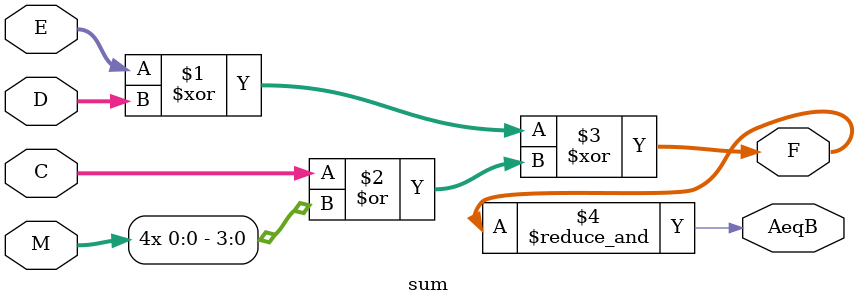
<source format=v>
`timescale 1ns / 1ps


module sum(E, D, C, M, F, AeqB);
  input [3:0] E, D, C;
  input M;
  output [3:0] F;
  output AeqB;
  assign F = (E ^ D) ^ (C|{4{M}});
  assign AeqB = &F;
endmodule

</source>
